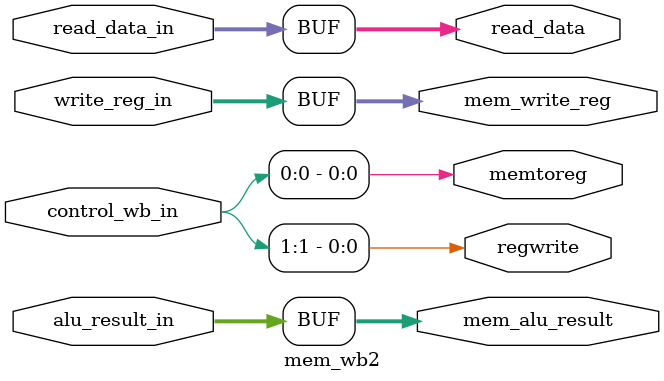
<source format=v>
module mem_wb2(
        input	wire	[1:0]	control_wb_in,
        input	wire	[31:0]	read_data_in, alu_result_in,
        input	wire	[4:0]	write_reg_in,
        output	reg		regwrite, memtoreg, //1 bit wire
        output	reg	[31:0]	read_data, mem_alu_result,
        output	reg	[4:0]	mem_write_reg
    );

    initial begin
        regwrite <= 0;
        memtoreg <= 0;
        
        read_data <= 0;
        mem_alu_result <= 0;
        mem_write_reg <= 0;
        
        //finish this thread
    end

    always@* begin
        #1
        regwrite <= control_wb_in[1]; // refer to Lab 2-2 Figure 2.2
        memtoreg <= control_wb_in[0];
        
        read_data <= read_data_in;
        mem_alu_result <= alu_result_in;
        mem_write_reg <= write_reg_in;
        
    end

endmodule // mem_wb
</source>
